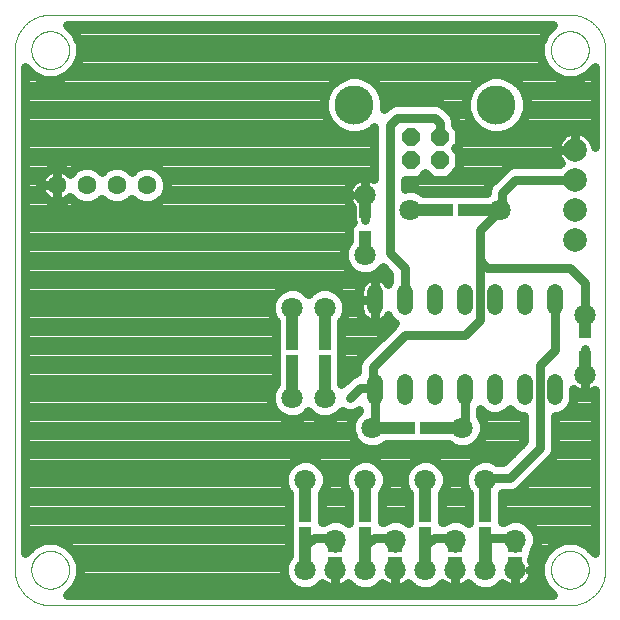
<source format=gtl>
G75*
%MOIN*%
%OFA0B0*%
%FSLAX25Y25*%
%IPPOS*%
%LPD*%
%AMOC8*
5,1,8,0,0,1.08239X$1,22.5*
%
%ADD10C,0.00000*%
%ADD11R,0.03937X0.10236*%
%ADD12C,0.07087*%
%ADD13C,0.05200*%
%ADD14R,0.12598X0.03937*%
%ADD15OC8,0.05740*%
%ADD16C,0.13055*%
%ADD17R,0.03937X0.12598*%
%ADD18R,0.04724X0.03150*%
%ADD19C,0.07874*%
%ADD20C,0.06299*%
%ADD21C,0.03150*%
%ADD22C,0.01600*%
D10*
X0027368Y0017535D02*
X0027368Y0190764D01*
X0032880Y0190764D02*
X0032882Y0190922D01*
X0032888Y0191080D01*
X0032898Y0191238D01*
X0032912Y0191396D01*
X0032930Y0191553D01*
X0032951Y0191710D01*
X0032977Y0191866D01*
X0033007Y0192022D01*
X0033040Y0192177D01*
X0033078Y0192330D01*
X0033119Y0192483D01*
X0033164Y0192635D01*
X0033213Y0192786D01*
X0033266Y0192935D01*
X0033322Y0193083D01*
X0033382Y0193229D01*
X0033446Y0193374D01*
X0033514Y0193517D01*
X0033585Y0193659D01*
X0033659Y0193799D01*
X0033737Y0193936D01*
X0033819Y0194072D01*
X0033903Y0194206D01*
X0033992Y0194337D01*
X0034083Y0194466D01*
X0034178Y0194593D01*
X0034275Y0194718D01*
X0034376Y0194840D01*
X0034480Y0194959D01*
X0034587Y0195076D01*
X0034697Y0195190D01*
X0034810Y0195301D01*
X0034925Y0195410D01*
X0035043Y0195515D01*
X0035164Y0195617D01*
X0035287Y0195717D01*
X0035413Y0195813D01*
X0035541Y0195906D01*
X0035671Y0195996D01*
X0035804Y0196082D01*
X0035939Y0196166D01*
X0036075Y0196245D01*
X0036214Y0196322D01*
X0036355Y0196394D01*
X0036497Y0196464D01*
X0036641Y0196529D01*
X0036787Y0196591D01*
X0036934Y0196649D01*
X0037083Y0196704D01*
X0037233Y0196755D01*
X0037384Y0196802D01*
X0037536Y0196845D01*
X0037689Y0196884D01*
X0037844Y0196920D01*
X0037999Y0196951D01*
X0038155Y0196979D01*
X0038311Y0197003D01*
X0038468Y0197023D01*
X0038626Y0197039D01*
X0038783Y0197051D01*
X0038942Y0197059D01*
X0039100Y0197063D01*
X0039258Y0197063D01*
X0039416Y0197059D01*
X0039575Y0197051D01*
X0039732Y0197039D01*
X0039890Y0197023D01*
X0040047Y0197003D01*
X0040203Y0196979D01*
X0040359Y0196951D01*
X0040514Y0196920D01*
X0040669Y0196884D01*
X0040822Y0196845D01*
X0040974Y0196802D01*
X0041125Y0196755D01*
X0041275Y0196704D01*
X0041424Y0196649D01*
X0041571Y0196591D01*
X0041717Y0196529D01*
X0041861Y0196464D01*
X0042003Y0196394D01*
X0042144Y0196322D01*
X0042283Y0196245D01*
X0042419Y0196166D01*
X0042554Y0196082D01*
X0042687Y0195996D01*
X0042817Y0195906D01*
X0042945Y0195813D01*
X0043071Y0195717D01*
X0043194Y0195617D01*
X0043315Y0195515D01*
X0043433Y0195410D01*
X0043548Y0195301D01*
X0043661Y0195190D01*
X0043771Y0195076D01*
X0043878Y0194959D01*
X0043982Y0194840D01*
X0044083Y0194718D01*
X0044180Y0194593D01*
X0044275Y0194466D01*
X0044366Y0194337D01*
X0044455Y0194206D01*
X0044539Y0194072D01*
X0044621Y0193936D01*
X0044699Y0193799D01*
X0044773Y0193659D01*
X0044844Y0193517D01*
X0044912Y0193374D01*
X0044976Y0193229D01*
X0045036Y0193083D01*
X0045092Y0192935D01*
X0045145Y0192786D01*
X0045194Y0192635D01*
X0045239Y0192483D01*
X0045280Y0192330D01*
X0045318Y0192177D01*
X0045351Y0192022D01*
X0045381Y0191866D01*
X0045407Y0191710D01*
X0045428Y0191553D01*
X0045446Y0191396D01*
X0045460Y0191238D01*
X0045470Y0191080D01*
X0045476Y0190922D01*
X0045478Y0190764D01*
X0045476Y0190606D01*
X0045470Y0190448D01*
X0045460Y0190290D01*
X0045446Y0190132D01*
X0045428Y0189975D01*
X0045407Y0189818D01*
X0045381Y0189662D01*
X0045351Y0189506D01*
X0045318Y0189351D01*
X0045280Y0189198D01*
X0045239Y0189045D01*
X0045194Y0188893D01*
X0045145Y0188742D01*
X0045092Y0188593D01*
X0045036Y0188445D01*
X0044976Y0188299D01*
X0044912Y0188154D01*
X0044844Y0188011D01*
X0044773Y0187869D01*
X0044699Y0187729D01*
X0044621Y0187592D01*
X0044539Y0187456D01*
X0044455Y0187322D01*
X0044366Y0187191D01*
X0044275Y0187062D01*
X0044180Y0186935D01*
X0044083Y0186810D01*
X0043982Y0186688D01*
X0043878Y0186569D01*
X0043771Y0186452D01*
X0043661Y0186338D01*
X0043548Y0186227D01*
X0043433Y0186118D01*
X0043315Y0186013D01*
X0043194Y0185911D01*
X0043071Y0185811D01*
X0042945Y0185715D01*
X0042817Y0185622D01*
X0042687Y0185532D01*
X0042554Y0185446D01*
X0042419Y0185362D01*
X0042283Y0185283D01*
X0042144Y0185206D01*
X0042003Y0185134D01*
X0041861Y0185064D01*
X0041717Y0184999D01*
X0041571Y0184937D01*
X0041424Y0184879D01*
X0041275Y0184824D01*
X0041125Y0184773D01*
X0040974Y0184726D01*
X0040822Y0184683D01*
X0040669Y0184644D01*
X0040514Y0184608D01*
X0040359Y0184577D01*
X0040203Y0184549D01*
X0040047Y0184525D01*
X0039890Y0184505D01*
X0039732Y0184489D01*
X0039575Y0184477D01*
X0039416Y0184469D01*
X0039258Y0184465D01*
X0039100Y0184465D01*
X0038942Y0184469D01*
X0038783Y0184477D01*
X0038626Y0184489D01*
X0038468Y0184505D01*
X0038311Y0184525D01*
X0038155Y0184549D01*
X0037999Y0184577D01*
X0037844Y0184608D01*
X0037689Y0184644D01*
X0037536Y0184683D01*
X0037384Y0184726D01*
X0037233Y0184773D01*
X0037083Y0184824D01*
X0036934Y0184879D01*
X0036787Y0184937D01*
X0036641Y0184999D01*
X0036497Y0185064D01*
X0036355Y0185134D01*
X0036214Y0185206D01*
X0036075Y0185283D01*
X0035939Y0185362D01*
X0035804Y0185446D01*
X0035671Y0185532D01*
X0035541Y0185622D01*
X0035413Y0185715D01*
X0035287Y0185811D01*
X0035164Y0185911D01*
X0035043Y0186013D01*
X0034925Y0186118D01*
X0034810Y0186227D01*
X0034697Y0186338D01*
X0034587Y0186452D01*
X0034480Y0186569D01*
X0034376Y0186688D01*
X0034275Y0186810D01*
X0034178Y0186935D01*
X0034083Y0187062D01*
X0033992Y0187191D01*
X0033903Y0187322D01*
X0033819Y0187456D01*
X0033737Y0187592D01*
X0033659Y0187729D01*
X0033585Y0187869D01*
X0033514Y0188011D01*
X0033446Y0188154D01*
X0033382Y0188299D01*
X0033322Y0188445D01*
X0033266Y0188593D01*
X0033213Y0188742D01*
X0033164Y0188893D01*
X0033119Y0189045D01*
X0033078Y0189198D01*
X0033040Y0189351D01*
X0033007Y0189506D01*
X0032977Y0189662D01*
X0032951Y0189818D01*
X0032930Y0189975D01*
X0032912Y0190132D01*
X0032898Y0190290D01*
X0032888Y0190448D01*
X0032882Y0190606D01*
X0032880Y0190764D01*
X0027368Y0190764D02*
X0027371Y0191049D01*
X0027382Y0191335D01*
X0027399Y0191620D01*
X0027423Y0191904D01*
X0027454Y0192188D01*
X0027492Y0192471D01*
X0027537Y0192752D01*
X0027588Y0193033D01*
X0027646Y0193313D01*
X0027711Y0193591D01*
X0027783Y0193867D01*
X0027861Y0194141D01*
X0027946Y0194414D01*
X0028038Y0194684D01*
X0028136Y0194952D01*
X0028240Y0195218D01*
X0028351Y0195481D01*
X0028468Y0195741D01*
X0028591Y0195999D01*
X0028721Y0196253D01*
X0028857Y0196504D01*
X0028998Y0196752D01*
X0029146Y0196996D01*
X0029299Y0197237D01*
X0029459Y0197473D01*
X0029624Y0197706D01*
X0029794Y0197935D01*
X0029970Y0198160D01*
X0030152Y0198380D01*
X0030338Y0198596D01*
X0030530Y0198807D01*
X0030727Y0199014D01*
X0030929Y0199216D01*
X0031136Y0199413D01*
X0031347Y0199605D01*
X0031563Y0199791D01*
X0031783Y0199973D01*
X0032008Y0200149D01*
X0032237Y0200319D01*
X0032470Y0200484D01*
X0032706Y0200644D01*
X0032947Y0200797D01*
X0033191Y0200945D01*
X0033439Y0201086D01*
X0033690Y0201222D01*
X0033944Y0201352D01*
X0034202Y0201475D01*
X0034462Y0201592D01*
X0034725Y0201703D01*
X0034991Y0201807D01*
X0035259Y0201905D01*
X0035529Y0201997D01*
X0035802Y0202082D01*
X0036076Y0202160D01*
X0036352Y0202232D01*
X0036630Y0202297D01*
X0036910Y0202355D01*
X0037191Y0202406D01*
X0037472Y0202451D01*
X0037755Y0202489D01*
X0038039Y0202520D01*
X0038323Y0202544D01*
X0038608Y0202561D01*
X0038894Y0202572D01*
X0039179Y0202575D01*
X0212407Y0202575D01*
X0206108Y0190764D02*
X0206110Y0190922D01*
X0206116Y0191080D01*
X0206126Y0191238D01*
X0206140Y0191396D01*
X0206158Y0191553D01*
X0206179Y0191710D01*
X0206205Y0191866D01*
X0206235Y0192022D01*
X0206268Y0192177D01*
X0206306Y0192330D01*
X0206347Y0192483D01*
X0206392Y0192635D01*
X0206441Y0192786D01*
X0206494Y0192935D01*
X0206550Y0193083D01*
X0206610Y0193229D01*
X0206674Y0193374D01*
X0206742Y0193517D01*
X0206813Y0193659D01*
X0206887Y0193799D01*
X0206965Y0193936D01*
X0207047Y0194072D01*
X0207131Y0194206D01*
X0207220Y0194337D01*
X0207311Y0194466D01*
X0207406Y0194593D01*
X0207503Y0194718D01*
X0207604Y0194840D01*
X0207708Y0194959D01*
X0207815Y0195076D01*
X0207925Y0195190D01*
X0208038Y0195301D01*
X0208153Y0195410D01*
X0208271Y0195515D01*
X0208392Y0195617D01*
X0208515Y0195717D01*
X0208641Y0195813D01*
X0208769Y0195906D01*
X0208899Y0195996D01*
X0209032Y0196082D01*
X0209167Y0196166D01*
X0209303Y0196245D01*
X0209442Y0196322D01*
X0209583Y0196394D01*
X0209725Y0196464D01*
X0209869Y0196529D01*
X0210015Y0196591D01*
X0210162Y0196649D01*
X0210311Y0196704D01*
X0210461Y0196755D01*
X0210612Y0196802D01*
X0210764Y0196845D01*
X0210917Y0196884D01*
X0211072Y0196920D01*
X0211227Y0196951D01*
X0211383Y0196979D01*
X0211539Y0197003D01*
X0211696Y0197023D01*
X0211854Y0197039D01*
X0212011Y0197051D01*
X0212170Y0197059D01*
X0212328Y0197063D01*
X0212486Y0197063D01*
X0212644Y0197059D01*
X0212803Y0197051D01*
X0212960Y0197039D01*
X0213118Y0197023D01*
X0213275Y0197003D01*
X0213431Y0196979D01*
X0213587Y0196951D01*
X0213742Y0196920D01*
X0213897Y0196884D01*
X0214050Y0196845D01*
X0214202Y0196802D01*
X0214353Y0196755D01*
X0214503Y0196704D01*
X0214652Y0196649D01*
X0214799Y0196591D01*
X0214945Y0196529D01*
X0215089Y0196464D01*
X0215231Y0196394D01*
X0215372Y0196322D01*
X0215511Y0196245D01*
X0215647Y0196166D01*
X0215782Y0196082D01*
X0215915Y0195996D01*
X0216045Y0195906D01*
X0216173Y0195813D01*
X0216299Y0195717D01*
X0216422Y0195617D01*
X0216543Y0195515D01*
X0216661Y0195410D01*
X0216776Y0195301D01*
X0216889Y0195190D01*
X0216999Y0195076D01*
X0217106Y0194959D01*
X0217210Y0194840D01*
X0217311Y0194718D01*
X0217408Y0194593D01*
X0217503Y0194466D01*
X0217594Y0194337D01*
X0217683Y0194206D01*
X0217767Y0194072D01*
X0217849Y0193936D01*
X0217927Y0193799D01*
X0218001Y0193659D01*
X0218072Y0193517D01*
X0218140Y0193374D01*
X0218204Y0193229D01*
X0218264Y0193083D01*
X0218320Y0192935D01*
X0218373Y0192786D01*
X0218422Y0192635D01*
X0218467Y0192483D01*
X0218508Y0192330D01*
X0218546Y0192177D01*
X0218579Y0192022D01*
X0218609Y0191866D01*
X0218635Y0191710D01*
X0218656Y0191553D01*
X0218674Y0191396D01*
X0218688Y0191238D01*
X0218698Y0191080D01*
X0218704Y0190922D01*
X0218706Y0190764D01*
X0218704Y0190606D01*
X0218698Y0190448D01*
X0218688Y0190290D01*
X0218674Y0190132D01*
X0218656Y0189975D01*
X0218635Y0189818D01*
X0218609Y0189662D01*
X0218579Y0189506D01*
X0218546Y0189351D01*
X0218508Y0189198D01*
X0218467Y0189045D01*
X0218422Y0188893D01*
X0218373Y0188742D01*
X0218320Y0188593D01*
X0218264Y0188445D01*
X0218204Y0188299D01*
X0218140Y0188154D01*
X0218072Y0188011D01*
X0218001Y0187869D01*
X0217927Y0187729D01*
X0217849Y0187592D01*
X0217767Y0187456D01*
X0217683Y0187322D01*
X0217594Y0187191D01*
X0217503Y0187062D01*
X0217408Y0186935D01*
X0217311Y0186810D01*
X0217210Y0186688D01*
X0217106Y0186569D01*
X0216999Y0186452D01*
X0216889Y0186338D01*
X0216776Y0186227D01*
X0216661Y0186118D01*
X0216543Y0186013D01*
X0216422Y0185911D01*
X0216299Y0185811D01*
X0216173Y0185715D01*
X0216045Y0185622D01*
X0215915Y0185532D01*
X0215782Y0185446D01*
X0215647Y0185362D01*
X0215511Y0185283D01*
X0215372Y0185206D01*
X0215231Y0185134D01*
X0215089Y0185064D01*
X0214945Y0184999D01*
X0214799Y0184937D01*
X0214652Y0184879D01*
X0214503Y0184824D01*
X0214353Y0184773D01*
X0214202Y0184726D01*
X0214050Y0184683D01*
X0213897Y0184644D01*
X0213742Y0184608D01*
X0213587Y0184577D01*
X0213431Y0184549D01*
X0213275Y0184525D01*
X0213118Y0184505D01*
X0212960Y0184489D01*
X0212803Y0184477D01*
X0212644Y0184469D01*
X0212486Y0184465D01*
X0212328Y0184465D01*
X0212170Y0184469D01*
X0212011Y0184477D01*
X0211854Y0184489D01*
X0211696Y0184505D01*
X0211539Y0184525D01*
X0211383Y0184549D01*
X0211227Y0184577D01*
X0211072Y0184608D01*
X0210917Y0184644D01*
X0210764Y0184683D01*
X0210612Y0184726D01*
X0210461Y0184773D01*
X0210311Y0184824D01*
X0210162Y0184879D01*
X0210015Y0184937D01*
X0209869Y0184999D01*
X0209725Y0185064D01*
X0209583Y0185134D01*
X0209442Y0185206D01*
X0209303Y0185283D01*
X0209167Y0185362D01*
X0209032Y0185446D01*
X0208899Y0185532D01*
X0208769Y0185622D01*
X0208641Y0185715D01*
X0208515Y0185811D01*
X0208392Y0185911D01*
X0208271Y0186013D01*
X0208153Y0186118D01*
X0208038Y0186227D01*
X0207925Y0186338D01*
X0207815Y0186452D01*
X0207708Y0186569D01*
X0207604Y0186688D01*
X0207503Y0186810D01*
X0207406Y0186935D01*
X0207311Y0187062D01*
X0207220Y0187191D01*
X0207131Y0187322D01*
X0207047Y0187456D01*
X0206965Y0187592D01*
X0206887Y0187729D01*
X0206813Y0187869D01*
X0206742Y0188011D01*
X0206674Y0188154D01*
X0206610Y0188299D01*
X0206550Y0188445D01*
X0206494Y0188593D01*
X0206441Y0188742D01*
X0206392Y0188893D01*
X0206347Y0189045D01*
X0206306Y0189198D01*
X0206268Y0189351D01*
X0206235Y0189506D01*
X0206205Y0189662D01*
X0206179Y0189818D01*
X0206158Y0189975D01*
X0206140Y0190132D01*
X0206126Y0190290D01*
X0206116Y0190448D01*
X0206110Y0190606D01*
X0206108Y0190764D01*
X0212407Y0202575D02*
X0212692Y0202572D01*
X0212978Y0202561D01*
X0213263Y0202544D01*
X0213547Y0202520D01*
X0213831Y0202489D01*
X0214114Y0202451D01*
X0214395Y0202406D01*
X0214676Y0202355D01*
X0214956Y0202297D01*
X0215234Y0202232D01*
X0215510Y0202160D01*
X0215784Y0202082D01*
X0216057Y0201997D01*
X0216327Y0201905D01*
X0216595Y0201807D01*
X0216861Y0201703D01*
X0217124Y0201592D01*
X0217384Y0201475D01*
X0217642Y0201352D01*
X0217896Y0201222D01*
X0218147Y0201086D01*
X0218395Y0200945D01*
X0218639Y0200797D01*
X0218880Y0200644D01*
X0219116Y0200484D01*
X0219349Y0200319D01*
X0219578Y0200149D01*
X0219803Y0199973D01*
X0220023Y0199791D01*
X0220239Y0199605D01*
X0220450Y0199413D01*
X0220657Y0199216D01*
X0220859Y0199014D01*
X0221056Y0198807D01*
X0221248Y0198596D01*
X0221434Y0198380D01*
X0221616Y0198160D01*
X0221792Y0197935D01*
X0221962Y0197706D01*
X0222127Y0197473D01*
X0222287Y0197237D01*
X0222440Y0196996D01*
X0222588Y0196752D01*
X0222729Y0196504D01*
X0222865Y0196253D01*
X0222995Y0195999D01*
X0223118Y0195741D01*
X0223235Y0195481D01*
X0223346Y0195218D01*
X0223450Y0194952D01*
X0223548Y0194684D01*
X0223640Y0194414D01*
X0223725Y0194141D01*
X0223803Y0193867D01*
X0223875Y0193591D01*
X0223940Y0193313D01*
X0223998Y0193033D01*
X0224049Y0192752D01*
X0224094Y0192471D01*
X0224132Y0192188D01*
X0224163Y0191904D01*
X0224187Y0191620D01*
X0224204Y0191335D01*
X0224215Y0191049D01*
X0224218Y0190764D01*
X0224219Y0190764D02*
X0224219Y0017535D01*
X0206108Y0017535D02*
X0206110Y0017693D01*
X0206116Y0017851D01*
X0206126Y0018009D01*
X0206140Y0018167D01*
X0206158Y0018324D01*
X0206179Y0018481D01*
X0206205Y0018637D01*
X0206235Y0018793D01*
X0206268Y0018948D01*
X0206306Y0019101D01*
X0206347Y0019254D01*
X0206392Y0019406D01*
X0206441Y0019557D01*
X0206494Y0019706D01*
X0206550Y0019854D01*
X0206610Y0020000D01*
X0206674Y0020145D01*
X0206742Y0020288D01*
X0206813Y0020430D01*
X0206887Y0020570D01*
X0206965Y0020707D01*
X0207047Y0020843D01*
X0207131Y0020977D01*
X0207220Y0021108D01*
X0207311Y0021237D01*
X0207406Y0021364D01*
X0207503Y0021489D01*
X0207604Y0021611D01*
X0207708Y0021730D01*
X0207815Y0021847D01*
X0207925Y0021961D01*
X0208038Y0022072D01*
X0208153Y0022181D01*
X0208271Y0022286D01*
X0208392Y0022388D01*
X0208515Y0022488D01*
X0208641Y0022584D01*
X0208769Y0022677D01*
X0208899Y0022767D01*
X0209032Y0022853D01*
X0209167Y0022937D01*
X0209303Y0023016D01*
X0209442Y0023093D01*
X0209583Y0023165D01*
X0209725Y0023235D01*
X0209869Y0023300D01*
X0210015Y0023362D01*
X0210162Y0023420D01*
X0210311Y0023475D01*
X0210461Y0023526D01*
X0210612Y0023573D01*
X0210764Y0023616D01*
X0210917Y0023655D01*
X0211072Y0023691D01*
X0211227Y0023722D01*
X0211383Y0023750D01*
X0211539Y0023774D01*
X0211696Y0023794D01*
X0211854Y0023810D01*
X0212011Y0023822D01*
X0212170Y0023830D01*
X0212328Y0023834D01*
X0212486Y0023834D01*
X0212644Y0023830D01*
X0212803Y0023822D01*
X0212960Y0023810D01*
X0213118Y0023794D01*
X0213275Y0023774D01*
X0213431Y0023750D01*
X0213587Y0023722D01*
X0213742Y0023691D01*
X0213897Y0023655D01*
X0214050Y0023616D01*
X0214202Y0023573D01*
X0214353Y0023526D01*
X0214503Y0023475D01*
X0214652Y0023420D01*
X0214799Y0023362D01*
X0214945Y0023300D01*
X0215089Y0023235D01*
X0215231Y0023165D01*
X0215372Y0023093D01*
X0215511Y0023016D01*
X0215647Y0022937D01*
X0215782Y0022853D01*
X0215915Y0022767D01*
X0216045Y0022677D01*
X0216173Y0022584D01*
X0216299Y0022488D01*
X0216422Y0022388D01*
X0216543Y0022286D01*
X0216661Y0022181D01*
X0216776Y0022072D01*
X0216889Y0021961D01*
X0216999Y0021847D01*
X0217106Y0021730D01*
X0217210Y0021611D01*
X0217311Y0021489D01*
X0217408Y0021364D01*
X0217503Y0021237D01*
X0217594Y0021108D01*
X0217683Y0020977D01*
X0217767Y0020843D01*
X0217849Y0020707D01*
X0217927Y0020570D01*
X0218001Y0020430D01*
X0218072Y0020288D01*
X0218140Y0020145D01*
X0218204Y0020000D01*
X0218264Y0019854D01*
X0218320Y0019706D01*
X0218373Y0019557D01*
X0218422Y0019406D01*
X0218467Y0019254D01*
X0218508Y0019101D01*
X0218546Y0018948D01*
X0218579Y0018793D01*
X0218609Y0018637D01*
X0218635Y0018481D01*
X0218656Y0018324D01*
X0218674Y0018167D01*
X0218688Y0018009D01*
X0218698Y0017851D01*
X0218704Y0017693D01*
X0218706Y0017535D01*
X0218704Y0017377D01*
X0218698Y0017219D01*
X0218688Y0017061D01*
X0218674Y0016903D01*
X0218656Y0016746D01*
X0218635Y0016589D01*
X0218609Y0016433D01*
X0218579Y0016277D01*
X0218546Y0016122D01*
X0218508Y0015969D01*
X0218467Y0015816D01*
X0218422Y0015664D01*
X0218373Y0015513D01*
X0218320Y0015364D01*
X0218264Y0015216D01*
X0218204Y0015070D01*
X0218140Y0014925D01*
X0218072Y0014782D01*
X0218001Y0014640D01*
X0217927Y0014500D01*
X0217849Y0014363D01*
X0217767Y0014227D01*
X0217683Y0014093D01*
X0217594Y0013962D01*
X0217503Y0013833D01*
X0217408Y0013706D01*
X0217311Y0013581D01*
X0217210Y0013459D01*
X0217106Y0013340D01*
X0216999Y0013223D01*
X0216889Y0013109D01*
X0216776Y0012998D01*
X0216661Y0012889D01*
X0216543Y0012784D01*
X0216422Y0012682D01*
X0216299Y0012582D01*
X0216173Y0012486D01*
X0216045Y0012393D01*
X0215915Y0012303D01*
X0215782Y0012217D01*
X0215647Y0012133D01*
X0215511Y0012054D01*
X0215372Y0011977D01*
X0215231Y0011905D01*
X0215089Y0011835D01*
X0214945Y0011770D01*
X0214799Y0011708D01*
X0214652Y0011650D01*
X0214503Y0011595D01*
X0214353Y0011544D01*
X0214202Y0011497D01*
X0214050Y0011454D01*
X0213897Y0011415D01*
X0213742Y0011379D01*
X0213587Y0011348D01*
X0213431Y0011320D01*
X0213275Y0011296D01*
X0213118Y0011276D01*
X0212960Y0011260D01*
X0212803Y0011248D01*
X0212644Y0011240D01*
X0212486Y0011236D01*
X0212328Y0011236D01*
X0212170Y0011240D01*
X0212011Y0011248D01*
X0211854Y0011260D01*
X0211696Y0011276D01*
X0211539Y0011296D01*
X0211383Y0011320D01*
X0211227Y0011348D01*
X0211072Y0011379D01*
X0210917Y0011415D01*
X0210764Y0011454D01*
X0210612Y0011497D01*
X0210461Y0011544D01*
X0210311Y0011595D01*
X0210162Y0011650D01*
X0210015Y0011708D01*
X0209869Y0011770D01*
X0209725Y0011835D01*
X0209583Y0011905D01*
X0209442Y0011977D01*
X0209303Y0012054D01*
X0209167Y0012133D01*
X0209032Y0012217D01*
X0208899Y0012303D01*
X0208769Y0012393D01*
X0208641Y0012486D01*
X0208515Y0012582D01*
X0208392Y0012682D01*
X0208271Y0012784D01*
X0208153Y0012889D01*
X0208038Y0012998D01*
X0207925Y0013109D01*
X0207815Y0013223D01*
X0207708Y0013340D01*
X0207604Y0013459D01*
X0207503Y0013581D01*
X0207406Y0013706D01*
X0207311Y0013833D01*
X0207220Y0013962D01*
X0207131Y0014093D01*
X0207047Y0014227D01*
X0206965Y0014363D01*
X0206887Y0014500D01*
X0206813Y0014640D01*
X0206742Y0014782D01*
X0206674Y0014925D01*
X0206610Y0015070D01*
X0206550Y0015216D01*
X0206494Y0015364D01*
X0206441Y0015513D01*
X0206392Y0015664D01*
X0206347Y0015816D01*
X0206306Y0015969D01*
X0206268Y0016122D01*
X0206235Y0016277D01*
X0206205Y0016433D01*
X0206179Y0016589D01*
X0206158Y0016746D01*
X0206140Y0016903D01*
X0206126Y0017061D01*
X0206116Y0017219D01*
X0206110Y0017377D01*
X0206108Y0017535D01*
X0212407Y0005724D02*
X0212692Y0005727D01*
X0212978Y0005738D01*
X0213263Y0005755D01*
X0213547Y0005779D01*
X0213831Y0005810D01*
X0214114Y0005848D01*
X0214395Y0005893D01*
X0214676Y0005944D01*
X0214956Y0006002D01*
X0215234Y0006067D01*
X0215510Y0006139D01*
X0215784Y0006217D01*
X0216057Y0006302D01*
X0216327Y0006394D01*
X0216595Y0006492D01*
X0216861Y0006596D01*
X0217124Y0006707D01*
X0217384Y0006824D01*
X0217642Y0006947D01*
X0217896Y0007077D01*
X0218147Y0007213D01*
X0218395Y0007354D01*
X0218639Y0007502D01*
X0218880Y0007655D01*
X0219116Y0007815D01*
X0219349Y0007980D01*
X0219578Y0008150D01*
X0219803Y0008326D01*
X0220023Y0008508D01*
X0220239Y0008694D01*
X0220450Y0008886D01*
X0220657Y0009083D01*
X0220859Y0009285D01*
X0221056Y0009492D01*
X0221248Y0009703D01*
X0221434Y0009919D01*
X0221616Y0010139D01*
X0221792Y0010364D01*
X0221962Y0010593D01*
X0222127Y0010826D01*
X0222287Y0011062D01*
X0222440Y0011303D01*
X0222588Y0011547D01*
X0222729Y0011795D01*
X0222865Y0012046D01*
X0222995Y0012300D01*
X0223118Y0012558D01*
X0223235Y0012818D01*
X0223346Y0013081D01*
X0223450Y0013347D01*
X0223548Y0013615D01*
X0223640Y0013885D01*
X0223725Y0014158D01*
X0223803Y0014432D01*
X0223875Y0014708D01*
X0223940Y0014986D01*
X0223998Y0015266D01*
X0224049Y0015547D01*
X0224094Y0015828D01*
X0224132Y0016111D01*
X0224163Y0016395D01*
X0224187Y0016679D01*
X0224204Y0016964D01*
X0224215Y0017250D01*
X0224218Y0017535D01*
X0212407Y0005724D02*
X0039179Y0005724D01*
X0032880Y0017535D02*
X0032882Y0017693D01*
X0032888Y0017851D01*
X0032898Y0018009D01*
X0032912Y0018167D01*
X0032930Y0018324D01*
X0032951Y0018481D01*
X0032977Y0018637D01*
X0033007Y0018793D01*
X0033040Y0018948D01*
X0033078Y0019101D01*
X0033119Y0019254D01*
X0033164Y0019406D01*
X0033213Y0019557D01*
X0033266Y0019706D01*
X0033322Y0019854D01*
X0033382Y0020000D01*
X0033446Y0020145D01*
X0033514Y0020288D01*
X0033585Y0020430D01*
X0033659Y0020570D01*
X0033737Y0020707D01*
X0033819Y0020843D01*
X0033903Y0020977D01*
X0033992Y0021108D01*
X0034083Y0021237D01*
X0034178Y0021364D01*
X0034275Y0021489D01*
X0034376Y0021611D01*
X0034480Y0021730D01*
X0034587Y0021847D01*
X0034697Y0021961D01*
X0034810Y0022072D01*
X0034925Y0022181D01*
X0035043Y0022286D01*
X0035164Y0022388D01*
X0035287Y0022488D01*
X0035413Y0022584D01*
X0035541Y0022677D01*
X0035671Y0022767D01*
X0035804Y0022853D01*
X0035939Y0022937D01*
X0036075Y0023016D01*
X0036214Y0023093D01*
X0036355Y0023165D01*
X0036497Y0023235D01*
X0036641Y0023300D01*
X0036787Y0023362D01*
X0036934Y0023420D01*
X0037083Y0023475D01*
X0037233Y0023526D01*
X0037384Y0023573D01*
X0037536Y0023616D01*
X0037689Y0023655D01*
X0037844Y0023691D01*
X0037999Y0023722D01*
X0038155Y0023750D01*
X0038311Y0023774D01*
X0038468Y0023794D01*
X0038626Y0023810D01*
X0038783Y0023822D01*
X0038942Y0023830D01*
X0039100Y0023834D01*
X0039258Y0023834D01*
X0039416Y0023830D01*
X0039575Y0023822D01*
X0039732Y0023810D01*
X0039890Y0023794D01*
X0040047Y0023774D01*
X0040203Y0023750D01*
X0040359Y0023722D01*
X0040514Y0023691D01*
X0040669Y0023655D01*
X0040822Y0023616D01*
X0040974Y0023573D01*
X0041125Y0023526D01*
X0041275Y0023475D01*
X0041424Y0023420D01*
X0041571Y0023362D01*
X0041717Y0023300D01*
X0041861Y0023235D01*
X0042003Y0023165D01*
X0042144Y0023093D01*
X0042283Y0023016D01*
X0042419Y0022937D01*
X0042554Y0022853D01*
X0042687Y0022767D01*
X0042817Y0022677D01*
X0042945Y0022584D01*
X0043071Y0022488D01*
X0043194Y0022388D01*
X0043315Y0022286D01*
X0043433Y0022181D01*
X0043548Y0022072D01*
X0043661Y0021961D01*
X0043771Y0021847D01*
X0043878Y0021730D01*
X0043982Y0021611D01*
X0044083Y0021489D01*
X0044180Y0021364D01*
X0044275Y0021237D01*
X0044366Y0021108D01*
X0044455Y0020977D01*
X0044539Y0020843D01*
X0044621Y0020707D01*
X0044699Y0020570D01*
X0044773Y0020430D01*
X0044844Y0020288D01*
X0044912Y0020145D01*
X0044976Y0020000D01*
X0045036Y0019854D01*
X0045092Y0019706D01*
X0045145Y0019557D01*
X0045194Y0019406D01*
X0045239Y0019254D01*
X0045280Y0019101D01*
X0045318Y0018948D01*
X0045351Y0018793D01*
X0045381Y0018637D01*
X0045407Y0018481D01*
X0045428Y0018324D01*
X0045446Y0018167D01*
X0045460Y0018009D01*
X0045470Y0017851D01*
X0045476Y0017693D01*
X0045478Y0017535D01*
X0045476Y0017377D01*
X0045470Y0017219D01*
X0045460Y0017061D01*
X0045446Y0016903D01*
X0045428Y0016746D01*
X0045407Y0016589D01*
X0045381Y0016433D01*
X0045351Y0016277D01*
X0045318Y0016122D01*
X0045280Y0015969D01*
X0045239Y0015816D01*
X0045194Y0015664D01*
X0045145Y0015513D01*
X0045092Y0015364D01*
X0045036Y0015216D01*
X0044976Y0015070D01*
X0044912Y0014925D01*
X0044844Y0014782D01*
X0044773Y0014640D01*
X0044699Y0014500D01*
X0044621Y0014363D01*
X0044539Y0014227D01*
X0044455Y0014093D01*
X0044366Y0013962D01*
X0044275Y0013833D01*
X0044180Y0013706D01*
X0044083Y0013581D01*
X0043982Y0013459D01*
X0043878Y0013340D01*
X0043771Y0013223D01*
X0043661Y0013109D01*
X0043548Y0012998D01*
X0043433Y0012889D01*
X0043315Y0012784D01*
X0043194Y0012682D01*
X0043071Y0012582D01*
X0042945Y0012486D01*
X0042817Y0012393D01*
X0042687Y0012303D01*
X0042554Y0012217D01*
X0042419Y0012133D01*
X0042283Y0012054D01*
X0042144Y0011977D01*
X0042003Y0011905D01*
X0041861Y0011835D01*
X0041717Y0011770D01*
X0041571Y0011708D01*
X0041424Y0011650D01*
X0041275Y0011595D01*
X0041125Y0011544D01*
X0040974Y0011497D01*
X0040822Y0011454D01*
X0040669Y0011415D01*
X0040514Y0011379D01*
X0040359Y0011348D01*
X0040203Y0011320D01*
X0040047Y0011296D01*
X0039890Y0011276D01*
X0039732Y0011260D01*
X0039575Y0011248D01*
X0039416Y0011240D01*
X0039258Y0011236D01*
X0039100Y0011236D01*
X0038942Y0011240D01*
X0038783Y0011248D01*
X0038626Y0011260D01*
X0038468Y0011276D01*
X0038311Y0011296D01*
X0038155Y0011320D01*
X0037999Y0011348D01*
X0037844Y0011379D01*
X0037689Y0011415D01*
X0037536Y0011454D01*
X0037384Y0011497D01*
X0037233Y0011544D01*
X0037083Y0011595D01*
X0036934Y0011650D01*
X0036787Y0011708D01*
X0036641Y0011770D01*
X0036497Y0011835D01*
X0036355Y0011905D01*
X0036214Y0011977D01*
X0036075Y0012054D01*
X0035939Y0012133D01*
X0035804Y0012217D01*
X0035671Y0012303D01*
X0035541Y0012393D01*
X0035413Y0012486D01*
X0035287Y0012582D01*
X0035164Y0012682D01*
X0035043Y0012784D01*
X0034925Y0012889D01*
X0034810Y0012998D01*
X0034697Y0013109D01*
X0034587Y0013223D01*
X0034480Y0013340D01*
X0034376Y0013459D01*
X0034275Y0013581D01*
X0034178Y0013706D01*
X0034083Y0013833D01*
X0033992Y0013962D01*
X0033903Y0014093D01*
X0033819Y0014227D01*
X0033737Y0014363D01*
X0033659Y0014500D01*
X0033585Y0014640D01*
X0033514Y0014782D01*
X0033446Y0014925D01*
X0033382Y0015070D01*
X0033322Y0015216D01*
X0033266Y0015364D01*
X0033213Y0015513D01*
X0033164Y0015664D01*
X0033119Y0015816D01*
X0033078Y0015969D01*
X0033040Y0016122D01*
X0033007Y0016277D01*
X0032977Y0016433D01*
X0032951Y0016589D01*
X0032930Y0016746D01*
X0032912Y0016903D01*
X0032898Y0017061D01*
X0032888Y0017219D01*
X0032882Y0017377D01*
X0032880Y0017535D01*
X0027368Y0017535D02*
X0027371Y0017250D01*
X0027382Y0016964D01*
X0027399Y0016679D01*
X0027423Y0016395D01*
X0027454Y0016111D01*
X0027492Y0015828D01*
X0027537Y0015547D01*
X0027588Y0015266D01*
X0027646Y0014986D01*
X0027711Y0014708D01*
X0027783Y0014432D01*
X0027861Y0014158D01*
X0027946Y0013885D01*
X0028038Y0013615D01*
X0028136Y0013347D01*
X0028240Y0013081D01*
X0028351Y0012818D01*
X0028468Y0012558D01*
X0028591Y0012300D01*
X0028721Y0012046D01*
X0028857Y0011795D01*
X0028998Y0011547D01*
X0029146Y0011303D01*
X0029299Y0011062D01*
X0029459Y0010826D01*
X0029624Y0010593D01*
X0029794Y0010364D01*
X0029970Y0010139D01*
X0030152Y0009919D01*
X0030338Y0009703D01*
X0030530Y0009492D01*
X0030727Y0009285D01*
X0030929Y0009083D01*
X0031136Y0008886D01*
X0031347Y0008694D01*
X0031563Y0008508D01*
X0031783Y0008326D01*
X0032008Y0008150D01*
X0032237Y0007980D01*
X0032470Y0007815D01*
X0032706Y0007655D01*
X0032947Y0007502D01*
X0033191Y0007354D01*
X0033439Y0007213D01*
X0033690Y0007077D01*
X0033944Y0006947D01*
X0034202Y0006824D01*
X0034462Y0006707D01*
X0034725Y0006596D01*
X0034991Y0006492D01*
X0035259Y0006394D01*
X0035529Y0006302D01*
X0035802Y0006217D01*
X0036076Y0006139D01*
X0036352Y0006067D01*
X0036630Y0006002D01*
X0036910Y0005944D01*
X0037191Y0005893D01*
X0037472Y0005848D01*
X0037755Y0005810D01*
X0038039Y0005779D01*
X0038323Y0005755D01*
X0038608Y0005738D01*
X0038894Y0005727D01*
X0039179Y0005724D01*
D11*
X0144219Y0125488D03*
X0144219Y0139661D03*
X0217368Y0099661D03*
X0217368Y0085488D03*
D12*
X0217368Y0082575D03*
X0217368Y0102575D03*
X0189219Y0137575D03*
X0159219Y0137575D03*
X0144219Y0142575D03*
X0144219Y0122575D03*
X0130656Y0104937D03*
X0119868Y0104937D03*
X0119868Y0074937D03*
X0130656Y0074937D03*
X0146581Y0064937D03*
X0144219Y0047575D03*
X0164219Y0047575D03*
X0176581Y0064937D03*
X0184219Y0047575D03*
X0194219Y0027575D03*
X0194219Y0017575D03*
X0184219Y0017575D03*
X0174219Y0017575D03*
X0174219Y0027575D03*
X0164219Y0017575D03*
X0154219Y0017575D03*
X0154219Y0027575D03*
X0144219Y0017575D03*
X0134219Y0017575D03*
X0134219Y0027575D03*
X0124219Y0017575D03*
X0124219Y0047575D03*
D13*
X0147368Y0074975D02*
X0147368Y0080175D01*
X0157368Y0080175D02*
X0157368Y0074975D01*
X0167368Y0074975D02*
X0167368Y0080175D01*
X0177368Y0080175D02*
X0177368Y0074975D01*
X0187368Y0074975D02*
X0187368Y0080175D01*
X0197368Y0080175D02*
X0197368Y0074975D01*
X0207368Y0074975D02*
X0207368Y0080175D01*
X0207368Y0104975D02*
X0207368Y0110175D01*
X0197368Y0110175D02*
X0197368Y0104975D01*
X0187368Y0104975D02*
X0187368Y0110175D01*
X0177368Y0110175D02*
X0177368Y0104975D01*
X0167368Y0104975D02*
X0167368Y0110175D01*
X0157368Y0110175D02*
X0157368Y0104975D01*
X0147368Y0104975D02*
X0147368Y0110175D01*
D14*
X0167132Y0137575D03*
X0181305Y0137575D03*
X0168667Y0064937D03*
X0154494Y0064937D03*
D15*
X0159297Y0154031D03*
X0159297Y0161906D03*
X0169140Y0161906D03*
X0169140Y0154031D03*
D16*
X0187919Y0172575D03*
X0140518Y0172575D03*
D17*
X0130656Y0097024D03*
X0119868Y0097024D03*
X0119868Y0082850D03*
X0130656Y0082850D03*
X0124219Y0039661D03*
X0124219Y0025488D03*
X0144219Y0025488D03*
X0144219Y0039661D03*
X0164219Y0039661D03*
X0164219Y0025488D03*
X0184219Y0025488D03*
X0184219Y0039661D03*
D18*
X0194219Y0024661D03*
X0194219Y0020488D03*
X0174219Y0020488D03*
X0174219Y0024661D03*
X0154219Y0024661D03*
X0154219Y0020488D03*
X0134219Y0020488D03*
X0134219Y0024661D03*
D19*
X0214219Y0127575D03*
X0214219Y0137575D03*
X0214219Y0147575D03*
X0214219Y0157575D03*
D20*
X0071368Y0145724D03*
X0061368Y0145724D03*
X0051368Y0145724D03*
X0041368Y0145724D03*
D21*
X0041368Y0145724D01*
X0041368Y0140000D01*
X0040918Y0140000D01*
X0040028Y0140141D01*
X0039171Y0140419D01*
X0038368Y0140828D01*
X0037639Y0141358D01*
X0037002Y0141995D01*
X0036472Y0142724D01*
X0036063Y0143527D01*
X0035785Y0144384D01*
X0035644Y0145274D01*
X0035644Y0145724D01*
X0041368Y0145724D01*
X0041368Y0140000D01*
X0041819Y0140000D01*
X0042709Y0140141D01*
X0043566Y0140419D01*
X0044368Y0140828D01*
X0045097Y0141358D01*
X0045688Y0141949D01*
X0045694Y0141933D01*
X0047577Y0140050D01*
X0050037Y0139031D01*
X0052699Y0139031D01*
X0055159Y0140050D01*
X0056368Y0141259D01*
X0057577Y0140050D01*
X0060037Y0139031D01*
X0062699Y0139031D01*
X0065159Y0140050D01*
X0066368Y0141259D01*
X0067577Y0140050D01*
X0070037Y0139031D01*
X0072699Y0139031D01*
X0075159Y0140050D01*
X0077042Y0141933D01*
X0078061Y0144393D01*
X0078061Y0147056D01*
X0077042Y0149516D01*
X0075159Y0151398D01*
X0072699Y0152417D01*
X0070037Y0152417D01*
X0067577Y0151398D01*
X0066368Y0150190D01*
X0065159Y0151398D01*
X0062699Y0152417D01*
X0060037Y0152417D01*
X0057577Y0151398D01*
X0056368Y0150190D01*
X0055159Y0151398D01*
X0052699Y0152417D01*
X0050037Y0152417D01*
X0047577Y0151398D01*
X0045694Y0149516D01*
X0045688Y0149500D01*
X0045097Y0150091D01*
X0044368Y0150620D01*
X0043566Y0151029D01*
X0042709Y0151308D01*
X0041819Y0151449D01*
X0041368Y0151449D01*
X0040918Y0151449D01*
X0040028Y0151308D01*
X0039171Y0151029D01*
X0038368Y0150620D01*
X0037639Y0150091D01*
X0037002Y0149454D01*
X0036472Y0148725D01*
X0036063Y0147922D01*
X0035785Y0147065D01*
X0035644Y0146175D01*
X0035644Y0145724D01*
X0041368Y0145724D01*
X0041368Y0145724D01*
X0041368Y0145725D02*
X0041368Y0151449D01*
X0041368Y0145725D01*
X0041368Y0145725D01*
X0041368Y0144242D02*
X0041368Y0144242D01*
X0041368Y0147390D02*
X0041368Y0147390D01*
X0041368Y0150538D02*
X0041368Y0150538D01*
X0038254Y0150538D02*
X0030911Y0150538D01*
X0030911Y0153686D02*
X0147250Y0153686D01*
X0147250Y0150538D02*
X0076020Y0150538D01*
X0077923Y0147390D02*
X0140437Y0147390D01*
X0140233Y0147241D02*
X0139552Y0146560D01*
X0138986Y0145781D01*
X0138549Y0144923D01*
X0138251Y0144007D01*
X0138100Y0143056D01*
X0138100Y0142575D01*
X0139675Y0142575D01*
X0139675Y0142575D01*
X0138100Y0142575D01*
X0138100Y0142093D01*
X0138251Y0141142D01*
X0138549Y0140226D01*
X0138986Y0139368D01*
X0139552Y0138589D01*
X0139675Y0138466D01*
X0139675Y0134290D01*
X0139774Y0133792D01*
X0139965Y0133332D01*
X0139246Y0132613D01*
X0138707Y0131311D01*
X0138707Y0127085D01*
X0138211Y0126589D01*
X0137132Y0123984D01*
X0137132Y0121165D01*
X0138211Y0118561D01*
X0140204Y0116567D01*
X0142809Y0115488D01*
X0145628Y0115488D01*
X0148233Y0116567D01*
X0150010Y0118344D01*
X0152250Y0116104D01*
X0152250Y0113745D01*
X0152160Y0113655D01*
X0151821Y0112835D01*
X0151794Y0112887D01*
X0151315Y0113546D01*
X0150739Y0114122D01*
X0150080Y0114601D01*
X0149355Y0114970D01*
X0148580Y0115222D01*
X0147775Y0115350D01*
X0147368Y0115350D01*
X0146961Y0115350D01*
X0146156Y0115222D01*
X0145382Y0114970D01*
X0144656Y0114601D01*
X0143997Y0114122D01*
X0143421Y0113546D01*
X0142942Y0112887D01*
X0142572Y0112161D01*
X0142321Y0111387D01*
X0142193Y0110582D01*
X0142193Y0107575D01*
X0147368Y0107575D01*
X0147368Y0115350D01*
X0147368Y0107575D01*
X0147368Y0107575D01*
X0147368Y0107575D01*
X0142193Y0107575D01*
X0142193Y0104568D01*
X0142321Y0103763D01*
X0142572Y0102988D01*
X0142942Y0102263D01*
X0143421Y0101604D01*
X0143997Y0101028D01*
X0144656Y0100549D01*
X0145382Y0100179D01*
X0146156Y0099927D01*
X0146961Y0099800D01*
X0147368Y0099800D01*
X0147368Y0107575D01*
X0147368Y0107575D01*
X0147368Y0099800D01*
X0147775Y0099800D01*
X0148580Y0099927D01*
X0149355Y0100179D01*
X0150080Y0100549D01*
X0150739Y0101028D01*
X0151315Y0101604D01*
X0151794Y0102263D01*
X0151821Y0102315D01*
X0152160Y0101495D01*
X0153888Y0099767D01*
X0154089Y0099684D01*
X0153029Y0098624D01*
X0142380Y0087974D01*
X0141600Y0086093D01*
X0141600Y0083343D01*
X0141350Y0083343D01*
X0139469Y0082563D01*
X0138029Y0081124D01*
X0136260Y0079354D01*
X0136167Y0079447D01*
X0136167Y0089854D01*
X0136133Y0089937D01*
X0136167Y0090020D01*
X0136167Y0100427D01*
X0136663Y0100923D01*
X0137742Y0103527D01*
X0137742Y0106347D01*
X0136663Y0108951D01*
X0134670Y0110945D01*
X0132065Y0112024D01*
X0129246Y0112024D01*
X0126641Y0110945D01*
X0125262Y0109565D01*
X0123882Y0110945D01*
X0121278Y0112024D01*
X0118458Y0112024D01*
X0115854Y0110945D01*
X0113860Y0108951D01*
X0112781Y0106347D01*
X0112781Y0103527D01*
X0113860Y0100923D01*
X0114356Y0100427D01*
X0114356Y0090020D01*
X0114391Y0089937D01*
X0114356Y0089854D01*
X0114356Y0079447D01*
X0113860Y0078951D01*
X0112781Y0076347D01*
X0112781Y0073527D01*
X0113860Y0070923D01*
X0115854Y0068929D01*
X0118458Y0067850D01*
X0121278Y0067850D01*
X0123882Y0068929D01*
X0125262Y0070309D01*
X0126641Y0068929D01*
X0129246Y0067850D01*
X0132065Y0067850D01*
X0134670Y0068929D01*
X0136293Y0070552D01*
X0138063Y0069819D01*
X0140099Y0069819D01*
X0141980Y0070598D01*
X0142250Y0070868D01*
X0142250Y0070628D01*
X0140573Y0068951D01*
X0139494Y0066347D01*
X0139494Y0063527D01*
X0140573Y0060923D01*
X0142566Y0058929D01*
X0145171Y0057850D01*
X0147990Y0057850D01*
X0150595Y0058929D01*
X0151091Y0059425D01*
X0161498Y0059425D01*
X0161581Y0059459D01*
X0161663Y0059425D01*
X0172071Y0059425D01*
X0172566Y0058929D01*
X0175171Y0057850D01*
X0177990Y0057850D01*
X0180595Y0058929D01*
X0182588Y0060923D01*
X0183667Y0063527D01*
X0183667Y0066347D01*
X0182588Y0068951D01*
X0182486Y0069053D01*
X0182486Y0071169D01*
X0183888Y0069767D01*
X0186146Y0068831D01*
X0188590Y0068831D01*
X0190848Y0069767D01*
X0192368Y0071287D01*
X0193888Y0069767D01*
X0196146Y0068831D01*
X0197250Y0068831D01*
X0197250Y0060344D01*
X0190248Y0053343D01*
X0188473Y0053343D01*
X0188233Y0053583D01*
X0185628Y0054661D01*
X0182809Y0054661D01*
X0180204Y0053583D01*
X0178211Y0051589D01*
X0177132Y0048984D01*
X0177132Y0046165D01*
X0178211Y0043561D01*
X0178707Y0043065D01*
X0178707Y0033109D01*
X0178233Y0033583D01*
X0175628Y0034661D01*
X0172809Y0034661D01*
X0170204Y0033583D01*
X0169964Y0033343D01*
X0169730Y0033343D01*
X0169730Y0043065D01*
X0170226Y0043561D01*
X0171305Y0046165D01*
X0171305Y0048984D01*
X0170226Y0051589D01*
X0168233Y0053583D01*
X0165628Y0054661D01*
X0162809Y0054661D01*
X0160204Y0053583D01*
X0158211Y0051589D01*
X0157132Y0048984D01*
X0157132Y0046165D01*
X0158211Y0043561D01*
X0158707Y0043065D01*
X0158707Y0033109D01*
X0158233Y0033583D01*
X0155628Y0034661D01*
X0152809Y0034661D01*
X0150204Y0033583D01*
X0149964Y0033343D01*
X0149730Y0033343D01*
X0149730Y0043065D01*
X0150226Y0043561D01*
X0151305Y0046165D01*
X0151305Y0048984D01*
X0150226Y0051589D01*
X0148233Y0053583D01*
X0145628Y0054661D01*
X0142809Y0054661D01*
X0140204Y0053583D01*
X0138211Y0051589D01*
X0137132Y0048984D01*
X0137132Y0046165D01*
X0138211Y0043561D01*
X0138707Y0043065D01*
X0138707Y0033109D01*
X0138233Y0033583D01*
X0135628Y0034661D01*
X0132809Y0034661D01*
X0130204Y0033583D01*
X0129964Y0033343D01*
X0129730Y0033343D01*
X0129730Y0043065D01*
X0130226Y0043561D01*
X0131305Y0046165D01*
X0131305Y0048984D01*
X0130226Y0051589D01*
X0128233Y0053583D01*
X0125628Y0054661D01*
X0122809Y0054661D01*
X0120204Y0053583D01*
X0118211Y0051589D01*
X0117132Y0048984D01*
X0117132Y0046165D01*
X0118211Y0043561D01*
X0118707Y0043065D01*
X0118707Y0032657D01*
X0118741Y0032575D01*
X0118707Y0032492D01*
X0118707Y0022085D01*
X0118211Y0021589D01*
X0117132Y0018984D01*
X0117132Y0016165D01*
X0118211Y0013561D01*
X0120204Y0011567D01*
X0122809Y0010488D01*
X0125628Y0010488D01*
X0128233Y0011567D01*
X0129903Y0013238D01*
X0130233Y0012908D01*
X0131012Y0012342D01*
X0131870Y0011905D01*
X0132786Y0011607D01*
X0133737Y0011457D01*
X0134218Y0011457D01*
X0134218Y0017575D01*
X0134218Y0019543D01*
X0134219Y0019543D01*
X0134219Y0017575D01*
X0134218Y0017575D01*
X0134219Y0017575D01*
X0134219Y0011457D01*
X0134700Y0011457D01*
X0135651Y0011607D01*
X0136567Y0011905D01*
X0137425Y0012342D01*
X0138204Y0012908D01*
X0138534Y0013238D01*
X0140204Y0011567D01*
X0142809Y0010488D01*
X0145628Y0010488D01*
X0148233Y0011567D01*
X0149903Y0013238D01*
X0150233Y0012908D01*
X0151012Y0012342D01*
X0151870Y0011905D01*
X0152786Y0011607D01*
X0153737Y0011457D01*
X0154218Y0011457D01*
X0154218Y0017575D01*
X0154218Y0019543D01*
X0154219Y0019543D01*
X0154219Y0017575D01*
X0154218Y0017575D01*
X0154219Y0017575D01*
X0154219Y0011457D01*
X0154700Y0011457D01*
X0155651Y0011607D01*
X0156567Y0011905D01*
X0157425Y0012342D01*
X0158204Y0012908D01*
X0158534Y0013238D01*
X0160204Y0011567D01*
X0162809Y0010488D01*
X0165628Y0010488D01*
X0168233Y0011567D01*
X0169903Y0013238D01*
X0170233Y0012908D01*
X0171012Y0012342D01*
X0171870Y0011905D01*
X0172786Y0011607D01*
X0173737Y0011457D01*
X0174218Y0011457D01*
X0174218Y0017575D01*
X0174218Y0019543D01*
X0174219Y0019543D01*
X0174219Y0017575D01*
X0174218Y0017575D01*
X0174219Y0017575D01*
X0174219Y0011457D01*
X0174700Y0011457D01*
X0175651Y0011607D01*
X0176567Y0011905D01*
X0177425Y0012342D01*
X0178204Y0012908D01*
X0178534Y0013238D01*
X0180204Y0011567D01*
X0182809Y0010488D01*
X0185628Y0010488D01*
X0188233Y0011567D01*
X0189903Y0013238D01*
X0190233Y0012908D01*
X0191012Y0012342D01*
X0191870Y0011905D01*
X0192786Y0011607D01*
X0193737Y0011457D01*
X0194218Y0011457D01*
X0194218Y0017575D01*
X0194218Y0019543D01*
X0194219Y0019543D01*
X0194219Y0017575D01*
X0194218Y0017575D01*
X0194219Y0017575D02*
X0194219Y0020488D01*
X0194218Y0018317D02*
X0194219Y0018317D01*
X0194219Y0017575D02*
X0194219Y0011457D01*
X0194700Y0011457D01*
X0195651Y0011607D01*
X0196567Y0011905D01*
X0197425Y0012342D01*
X0198204Y0012908D01*
X0198885Y0013589D01*
X0199451Y0014368D01*
X0199888Y0015226D01*
X0200186Y0016142D01*
X0200337Y0017093D01*
X0200337Y0017575D01*
X0200337Y0018056D01*
X0200186Y0019007D01*
X0199888Y0019923D01*
X0199451Y0020781D01*
X0199382Y0020877D01*
X0199585Y0021079D01*
X0200124Y0022382D01*
X0200124Y0023458D01*
X0200226Y0023561D01*
X0201305Y0026165D01*
X0201305Y0028984D01*
X0200226Y0031589D01*
X0198233Y0033583D01*
X0195628Y0034661D01*
X0192809Y0034661D01*
X0190204Y0033583D01*
X0189964Y0033343D01*
X0189730Y0033343D01*
X0189730Y0043065D01*
X0189772Y0043106D01*
X0193386Y0043106D01*
X0195267Y0043885D01*
X0196707Y0045325D01*
X0206707Y0055325D01*
X0207486Y0057206D01*
X0207486Y0068831D01*
X0208590Y0068831D01*
X0210848Y0069767D01*
X0212576Y0071495D01*
X0213511Y0073753D01*
X0213511Y0077814D01*
X0214162Y0077342D01*
X0215020Y0076905D01*
X0215935Y0076607D01*
X0216887Y0076457D01*
X0217368Y0076457D01*
X0217368Y0082575D01*
X0217368Y0085488D01*
X0217368Y0085488D01*
X0217368Y0082575D01*
X0217368Y0082575D01*
X0217368Y0082575D01*
X0217368Y0076457D01*
X0217850Y0076457D01*
X0218801Y0076607D01*
X0219717Y0076905D01*
X0220575Y0077342D01*
X0220675Y0077415D01*
X0220675Y0023187D01*
X0217983Y0025880D01*
X0214365Y0027378D01*
X0210450Y0027378D01*
X0206832Y0025880D01*
X0204063Y0023111D01*
X0202565Y0019493D01*
X0202565Y0015578D01*
X0204063Y0011960D01*
X0206756Y0009268D01*
X0044831Y0009268D01*
X0047523Y0011960D01*
X0049022Y0015578D01*
X0049022Y0019493D01*
X0047523Y0023111D01*
X0044754Y0025880D01*
X0041137Y0027378D01*
X0037221Y0027378D01*
X0033604Y0025880D01*
X0030911Y0023187D01*
X0030911Y0185112D01*
X0033604Y0182420D01*
X0037221Y0180921D01*
X0041137Y0180921D01*
X0044754Y0182420D01*
X0047523Y0185188D01*
X0049022Y0188806D01*
X0049022Y0192722D01*
X0047523Y0196339D01*
X0044831Y0199031D01*
X0206756Y0199031D01*
X0204063Y0196339D01*
X0202565Y0192722D01*
X0202565Y0188806D01*
X0204063Y0185188D01*
X0206832Y0182420D01*
X0210450Y0180921D01*
X0214365Y0180921D01*
X0217983Y0182420D01*
X0220675Y0185112D01*
X0220675Y0158420D01*
X0220619Y0158848D01*
X0220398Y0159672D01*
X0220071Y0160461D01*
X0219644Y0161200D01*
X0219125Y0161878D01*
X0218521Y0162481D01*
X0217844Y0163001D01*
X0217105Y0163428D01*
X0216316Y0163754D01*
X0215492Y0163975D01*
X0214645Y0164087D01*
X0214219Y0164087D01*
X0214219Y0157575D01*
X0214218Y0157575D01*
X0214218Y0157575D01*
X0207707Y0157575D01*
X0207707Y0158002D01*
X0207818Y0158848D01*
X0208039Y0159672D01*
X0208366Y0160461D01*
X0208793Y0161200D01*
X0209312Y0161878D01*
X0209916Y0162481D01*
X0210593Y0163001D01*
X0211332Y0163428D01*
X0212121Y0163754D01*
X0212945Y0163975D01*
X0213792Y0164087D01*
X0214218Y0164087D01*
X0214218Y0157575D01*
X0207707Y0157575D01*
X0207707Y0157148D01*
X0207818Y0156302D01*
X0208039Y0155477D01*
X0208366Y0154689D01*
X0208793Y0153949D01*
X0209312Y0153272D01*
X0209325Y0153260D01*
X0208758Y0152693D01*
X0193200Y0152693D01*
X0191319Y0151914D01*
X0186969Y0147563D01*
X0185529Y0146124D01*
X0184750Y0144242D01*
X0161642Y0144242D01*
X0160628Y0144661D02*
X0157809Y0144661D01*
X0157486Y0144528D01*
X0157486Y0147618D01*
X0161954Y0147618D01*
X0164218Y0149883D01*
X0166483Y0147618D01*
X0171796Y0147618D01*
X0175553Y0151375D01*
X0175553Y0156688D01*
X0174273Y0157968D01*
X0175553Y0159249D01*
X0175553Y0164562D01*
X0174258Y0165857D01*
X0174258Y0167471D01*
X0173479Y0169352D01*
X0171707Y0171124D01*
X0170267Y0172563D01*
X0168386Y0173343D01*
X0153850Y0173343D01*
X0151969Y0172563D01*
X0150564Y0171159D01*
X0150589Y0171249D01*
X0150589Y0173901D01*
X0149902Y0176462D01*
X0148576Y0178758D01*
X0146701Y0180633D01*
X0144405Y0181959D01*
X0141844Y0182646D01*
X0139192Y0182646D01*
X0136630Y0181959D01*
X0134334Y0180633D01*
X0132459Y0178758D01*
X0131133Y0176462D01*
X0130447Y0173901D01*
X0130447Y0171249D01*
X0131133Y0168688D01*
X0132459Y0166391D01*
X0134334Y0164516D01*
X0136630Y0163190D01*
X0139192Y0162504D01*
X0141844Y0162504D01*
X0144405Y0163190D01*
X0146701Y0164516D01*
X0147250Y0165065D01*
X0147250Y0147897D01*
X0146567Y0148245D01*
X0145651Y0148542D01*
X0144700Y0148693D01*
X0144219Y0148693D01*
X0144219Y0142575D01*
X0144218Y0142575D01*
X0144218Y0148693D01*
X0143737Y0148693D01*
X0142786Y0148542D01*
X0141870Y0148245D01*
X0141012Y0147807D01*
X0140233Y0147241D01*
X0138327Y0144242D02*
X0077998Y0144242D01*
X0076202Y0141093D02*
X0138267Y0141093D01*
X0139675Y0137945D02*
X0030911Y0137945D01*
X0030911Y0141093D02*
X0038003Y0141093D01*
X0041368Y0141093D02*
X0041368Y0141093D01*
X0044733Y0141093D02*
X0046534Y0141093D01*
X0056202Y0141093D02*
X0056534Y0141093D01*
X0066202Y0141093D02*
X0066534Y0141093D01*
X0066716Y0150538D02*
X0066020Y0150538D01*
X0056716Y0150538D02*
X0056020Y0150538D01*
X0046716Y0150538D02*
X0044482Y0150538D01*
X0035890Y0147390D02*
X0030911Y0147390D01*
X0030911Y0144242D02*
X0035831Y0144242D01*
X0030911Y0134797D02*
X0139675Y0134797D01*
X0138847Y0131649D02*
X0030911Y0131649D01*
X0030911Y0128501D02*
X0138707Y0128501D01*
X0137699Y0125353D02*
X0030911Y0125353D01*
X0030911Y0122205D02*
X0137132Y0122205D01*
X0138005Y0119057D02*
X0030911Y0119057D01*
X0030911Y0115909D02*
X0141794Y0115909D01*
X0142878Y0112760D02*
X0030911Y0112760D01*
X0030911Y0109612D02*
X0114521Y0109612D01*
X0112830Y0106464D02*
X0030911Y0106464D01*
X0030911Y0103316D02*
X0112869Y0103316D01*
X0114356Y0100168D02*
X0030911Y0100168D01*
X0030911Y0097020D02*
X0114356Y0097020D01*
X0114356Y0093872D02*
X0030911Y0093872D01*
X0030911Y0090724D02*
X0114356Y0090724D01*
X0114356Y0087575D02*
X0030911Y0087575D01*
X0030911Y0084427D02*
X0114356Y0084427D01*
X0114356Y0081279D02*
X0030911Y0081279D01*
X0030911Y0078131D02*
X0113521Y0078131D01*
X0112781Y0074983D02*
X0030911Y0074983D01*
X0030911Y0071835D02*
X0113483Y0071835D01*
X0116439Y0068687D02*
X0030911Y0068687D01*
X0030911Y0065539D02*
X0139494Y0065539D01*
X0139965Y0062391D02*
X0030911Y0062391D01*
X0030911Y0059242D02*
X0142253Y0059242D01*
X0139568Y0052946D02*
X0128869Y0052946D01*
X0130968Y0049798D02*
X0137469Y0049798D01*
X0137132Y0046650D02*
X0131305Y0046650D01*
X0130167Y0043502D02*
X0138270Y0043502D01*
X0138707Y0040354D02*
X0129730Y0040354D01*
X0129730Y0037206D02*
X0138707Y0037206D01*
X0138707Y0034057D02*
X0137086Y0034057D01*
X0134868Y0028224D02*
X0126955Y0028224D01*
X0124219Y0025488D01*
X0124219Y0017575D01*
X0117545Y0015169D02*
X0048852Y0015169D01*
X0049022Y0018317D02*
X0117132Y0018317D01*
X0118159Y0021465D02*
X0048205Y0021465D01*
X0046021Y0024613D02*
X0118707Y0024613D01*
X0118707Y0027761D02*
X0030911Y0027761D01*
X0030911Y0024613D02*
X0032337Y0024613D01*
X0030911Y0030909D02*
X0118707Y0030909D01*
X0118707Y0034057D02*
X0030911Y0034057D01*
X0030911Y0037206D02*
X0118707Y0037206D01*
X0118707Y0040354D02*
X0030911Y0040354D01*
X0030911Y0043502D02*
X0118270Y0043502D01*
X0117132Y0046650D02*
X0030911Y0046650D01*
X0030911Y0049798D02*
X0117469Y0049798D01*
X0119568Y0052946D02*
X0030911Y0052946D01*
X0030911Y0056094D02*
X0193000Y0056094D01*
X0196148Y0059242D02*
X0180908Y0059242D01*
X0183196Y0062391D02*
X0197250Y0062391D01*
X0197250Y0065539D02*
X0183667Y0065539D01*
X0182698Y0068687D02*
X0197250Y0068687D01*
X0207486Y0068687D02*
X0220675Y0068687D01*
X0220675Y0071835D02*
X0212717Y0071835D01*
X0213511Y0074983D02*
X0220675Y0074983D01*
X0217368Y0078131D02*
X0217368Y0078131D01*
X0217368Y0081279D02*
X0217368Y0081279D01*
X0217368Y0084427D02*
X0217368Y0084427D01*
X0217368Y0085488D02*
X0217368Y0088693D01*
X0217368Y0091000D01*
X0217368Y0091000D01*
X0217368Y0085488D01*
X0217368Y0085488D01*
X0217368Y0087575D02*
X0217368Y0087575D01*
X0217368Y0090724D02*
X0217368Y0090724D01*
X0217368Y0099661D02*
X0217368Y0102575D01*
X0217368Y0113224D01*
X0212368Y0118224D01*
X0184868Y0118224D01*
X0182368Y0120724D01*
X0182368Y0130724D01*
X0189219Y0137575D01*
X0189868Y0138224D01*
X0189868Y0143224D01*
X0194219Y0147575D01*
X0214219Y0147575D01*
X0208995Y0153686D02*
X0175553Y0153686D01*
X0174716Y0150538D02*
X0189943Y0150538D01*
X0186795Y0147390D02*
X0157486Y0147390D01*
X0160628Y0144661D02*
X0163233Y0143583D01*
X0163729Y0143087D01*
X0174136Y0143087D01*
X0174219Y0143052D01*
X0174301Y0143087D01*
X0184708Y0143087D01*
X0184750Y0143128D01*
X0184750Y0144242D01*
X0181305Y0137575D02*
X0189219Y0137575D01*
X0182368Y0120724D02*
X0182368Y0100724D01*
X0177368Y0095724D01*
X0157368Y0095724D01*
X0146719Y0085075D01*
X0146719Y0078224D01*
X0147368Y0077575D01*
X0147368Y0065724D01*
X0146581Y0064937D01*
X0150908Y0059242D02*
X0172253Y0059242D01*
X0168869Y0052946D02*
X0179568Y0052946D01*
X0177469Y0049798D02*
X0170968Y0049798D01*
X0171305Y0046650D02*
X0177132Y0046650D01*
X0178270Y0043502D02*
X0170167Y0043502D01*
X0169730Y0040354D02*
X0178707Y0040354D01*
X0178707Y0037206D02*
X0169730Y0037206D01*
X0169730Y0034057D02*
X0171351Y0034057D01*
X0174868Y0028224D02*
X0166955Y0028224D01*
X0164219Y0025488D01*
X0164219Y0021374D01*
X0164868Y0018224D01*
X0164219Y0017575D01*
X0168686Y0012021D02*
X0171643Y0012021D01*
X0174218Y0012021D02*
X0174219Y0012021D01*
X0176794Y0012021D02*
X0179751Y0012021D01*
X0174219Y0015169D02*
X0174218Y0015169D01*
X0174218Y0018317D02*
X0174219Y0018317D01*
X0174219Y0024661D02*
X0174219Y0027575D01*
X0174868Y0028224D01*
X0177086Y0034057D02*
X0178707Y0034057D01*
X0184868Y0028224D02*
X0184868Y0024839D01*
X0184219Y0025488D01*
X0184868Y0024839D02*
X0184868Y0023224D01*
X0184868Y0018224D01*
X0184219Y0017575D01*
X0188686Y0012021D02*
X0191643Y0012021D01*
X0194218Y0012021D02*
X0194219Y0012021D01*
X0196794Y0012021D02*
X0204038Y0012021D01*
X0202734Y0015169D02*
X0199859Y0015169D01*
X0200337Y0017575D02*
X0198783Y0017575D01*
X0200337Y0017575D01*
X0200295Y0018317D02*
X0202565Y0018317D01*
X0203382Y0021465D02*
X0199744Y0021465D01*
X0200662Y0024613D02*
X0205566Y0024613D01*
X0201305Y0027761D02*
X0220675Y0027761D01*
X0220675Y0024613D02*
X0219249Y0024613D01*
X0220675Y0030909D02*
X0200508Y0030909D01*
X0197086Y0034057D02*
X0220675Y0034057D01*
X0220675Y0037206D02*
X0189730Y0037206D01*
X0189730Y0040354D02*
X0220675Y0040354D01*
X0220675Y0043502D02*
X0194341Y0043502D01*
X0198032Y0046650D02*
X0220675Y0046650D01*
X0220675Y0049798D02*
X0201180Y0049798D01*
X0204328Y0052946D02*
X0220675Y0052946D01*
X0220675Y0056094D02*
X0207026Y0056094D01*
X0207486Y0059242D02*
X0220675Y0059242D01*
X0220675Y0062391D02*
X0207486Y0062391D01*
X0207486Y0065539D02*
X0220675Y0065539D01*
X0202368Y0058224D02*
X0192368Y0048224D01*
X0184868Y0048224D01*
X0184219Y0047575D01*
X0189730Y0034057D02*
X0191351Y0034057D01*
X0194868Y0028224D02*
X0184868Y0028224D01*
X0194219Y0027575D02*
X0194219Y0024661D01*
X0194219Y0027575D02*
X0194868Y0028224D01*
X0194218Y0017575D02*
X0194219Y0017575D01*
X0194218Y0015169D02*
X0194219Y0015169D01*
X0198783Y0017575D02*
X0198783Y0017575D01*
X0159751Y0012021D02*
X0156794Y0012021D01*
X0154219Y0012021D02*
X0154218Y0012021D01*
X0151643Y0012021D02*
X0148686Y0012021D01*
X0154218Y0015169D02*
X0154219Y0015169D01*
X0154218Y0018317D02*
X0154219Y0018317D01*
X0154219Y0024661D02*
X0154219Y0027575D01*
X0154868Y0028224D01*
X0146955Y0028224D01*
X0144219Y0025488D01*
X0144219Y0017575D01*
X0139751Y0012021D02*
X0136794Y0012021D01*
X0134219Y0012021D02*
X0134218Y0012021D01*
X0131643Y0012021D02*
X0128686Y0012021D01*
X0134218Y0015169D02*
X0134219Y0015169D01*
X0134218Y0018317D02*
X0134219Y0018317D01*
X0134219Y0024661D02*
X0134219Y0027575D01*
X0134868Y0028224D01*
X0131351Y0034057D02*
X0129730Y0034057D01*
X0149730Y0034057D02*
X0151351Y0034057D01*
X0149730Y0037206D02*
X0158707Y0037206D01*
X0158707Y0040354D02*
X0149730Y0040354D01*
X0150167Y0043502D02*
X0158270Y0043502D01*
X0157132Y0046650D02*
X0151305Y0046650D01*
X0150968Y0049798D02*
X0157469Y0049798D01*
X0159568Y0052946D02*
X0148869Y0052946D01*
X0140463Y0068687D02*
X0134084Y0068687D01*
X0127227Y0068687D02*
X0123297Y0068687D01*
X0119868Y0074937D02*
X0119868Y0082850D01*
X0130656Y0082850D02*
X0130656Y0074937D01*
X0136167Y0081279D02*
X0138185Y0081279D01*
X0136167Y0084427D02*
X0141600Y0084427D01*
X0142215Y0087575D02*
X0136167Y0087575D01*
X0136167Y0090724D02*
X0145129Y0090724D01*
X0148277Y0093872D02*
X0136167Y0093872D01*
X0136167Y0097020D02*
X0151425Y0097020D01*
X0153487Y0100168D02*
X0149320Y0100168D01*
X0147368Y0100168D02*
X0147368Y0100168D01*
X0145416Y0100168D02*
X0136167Y0100168D01*
X0137655Y0103316D02*
X0142466Y0103316D01*
X0142193Y0106464D02*
X0137693Y0106464D01*
X0136002Y0109612D02*
X0142193Y0109612D01*
X0147368Y0109612D02*
X0147368Y0109612D01*
X0147368Y0112760D02*
X0147368Y0112760D01*
X0146643Y0115909D02*
X0152250Y0115909D01*
X0157368Y0118224D02*
X0157368Y0107575D01*
X0147368Y0106464D02*
X0147368Y0106464D01*
X0147368Y0103316D02*
X0147368Y0103316D01*
X0157368Y0118224D02*
X0152368Y0123224D01*
X0152368Y0165724D01*
X0154868Y0168224D01*
X0167368Y0168224D01*
X0169140Y0166453D01*
X0169140Y0161906D01*
X0175553Y0163130D02*
X0184256Y0163130D01*
X0184032Y0163190D02*
X0186593Y0162504D01*
X0189245Y0162504D01*
X0191806Y0163190D01*
X0194103Y0164516D01*
X0195978Y0166391D01*
X0197304Y0168688D01*
X0197990Y0171249D01*
X0197990Y0173901D01*
X0197304Y0176462D01*
X0195978Y0178758D01*
X0194103Y0180633D01*
X0191806Y0181959D01*
X0189245Y0182646D01*
X0186593Y0182646D01*
X0184032Y0181959D01*
X0181736Y0180633D01*
X0179861Y0178758D01*
X0178535Y0176462D01*
X0177848Y0173901D01*
X0177848Y0171249D01*
X0178535Y0168688D01*
X0179861Y0166391D01*
X0181736Y0164516D01*
X0184032Y0163190D01*
X0179973Y0166278D02*
X0174258Y0166278D01*
X0173404Y0169427D02*
X0178337Y0169427D01*
X0177848Y0172575D02*
X0170240Y0172575D01*
X0178337Y0175723D02*
X0150100Y0175723D01*
X0148464Y0178871D02*
X0179973Y0178871D01*
X0184255Y0182019D02*
X0144182Y0182019D01*
X0136853Y0182019D02*
X0043787Y0182019D01*
X0047502Y0185167D02*
X0204085Y0185167D01*
X0202768Y0188315D02*
X0048818Y0188315D01*
X0049022Y0191463D02*
X0202565Y0191463D01*
X0203348Y0194611D02*
X0048239Y0194611D01*
X0046103Y0197760D02*
X0205484Y0197760D01*
X0207800Y0182019D02*
X0191584Y0182019D01*
X0195866Y0178871D02*
X0220675Y0178871D01*
X0220675Y0175723D02*
X0197502Y0175723D01*
X0197990Y0172575D02*
X0220675Y0172575D01*
X0220675Y0169427D02*
X0197502Y0169427D01*
X0195865Y0166278D02*
X0220675Y0166278D01*
X0220675Y0163130D02*
X0217620Y0163130D01*
X0214219Y0163130D02*
X0214218Y0163130D01*
X0214218Y0159982D02*
X0214219Y0159982D01*
X0210817Y0163130D02*
X0191583Y0163130D01*
X0175553Y0159982D02*
X0208167Y0159982D01*
X0207748Y0156834D02*
X0175407Y0156834D01*
X0167132Y0137575D02*
X0159219Y0137575D01*
X0144219Y0137945D02*
X0144218Y0137945D01*
X0144218Y0139661D02*
X0144219Y0139661D01*
X0144219Y0134150D01*
X0144218Y0134150D01*
X0144218Y0139661D01*
X0144218Y0139662D02*
X0144218Y0142575D01*
X0144219Y0142575D01*
X0144219Y0139662D01*
X0144218Y0139662D01*
X0144218Y0141093D02*
X0144219Y0141093D01*
X0144218Y0144242D02*
X0144219Y0144242D01*
X0144218Y0147390D02*
X0144219Y0147390D01*
X0147250Y0156834D02*
X0030911Y0156834D01*
X0030911Y0159982D02*
X0147250Y0159982D01*
X0147250Y0163130D02*
X0144181Y0163130D01*
X0136854Y0163130D02*
X0030911Y0163130D01*
X0030911Y0166278D02*
X0132572Y0166278D01*
X0130935Y0169427D02*
X0030911Y0169427D01*
X0030911Y0172575D02*
X0130447Y0172575D01*
X0130935Y0175723D02*
X0030911Y0175723D01*
X0030911Y0178871D02*
X0132571Y0178871D01*
X0150589Y0172575D02*
X0151996Y0172575D01*
X0144218Y0134797D02*
X0144219Y0134797D01*
X0125309Y0109612D02*
X0125215Y0109612D01*
X0142368Y0078224D02*
X0146719Y0078224D01*
X0142368Y0078224D02*
X0139081Y0074937D01*
X0177368Y0077575D02*
X0177368Y0065724D01*
X0176581Y0064937D01*
X0202368Y0058224D02*
X0202368Y0085724D01*
X0207368Y0090724D01*
X0207368Y0107575D01*
X0220270Y0159982D02*
X0220675Y0159982D01*
X0220675Y0182019D02*
X0217015Y0182019D01*
X0158707Y0034057D02*
X0157086Y0034057D01*
X0119751Y0012021D02*
X0047548Y0012021D01*
X0034571Y0182019D02*
X0030911Y0182019D01*
D22*
X0119868Y0104937D02*
X0119868Y0097024D01*
X0130656Y0097024D02*
X0130656Y0104937D01*
X0146581Y0064937D02*
X0154494Y0064937D01*
X0168667Y0064937D02*
X0176581Y0064937D01*
X0184219Y0047575D02*
X0184219Y0039661D01*
X0164219Y0039661D02*
X0164219Y0047575D01*
X0144219Y0047575D02*
X0144219Y0039661D01*
X0124219Y0039661D02*
X0124219Y0047575D01*
M02*

</source>
